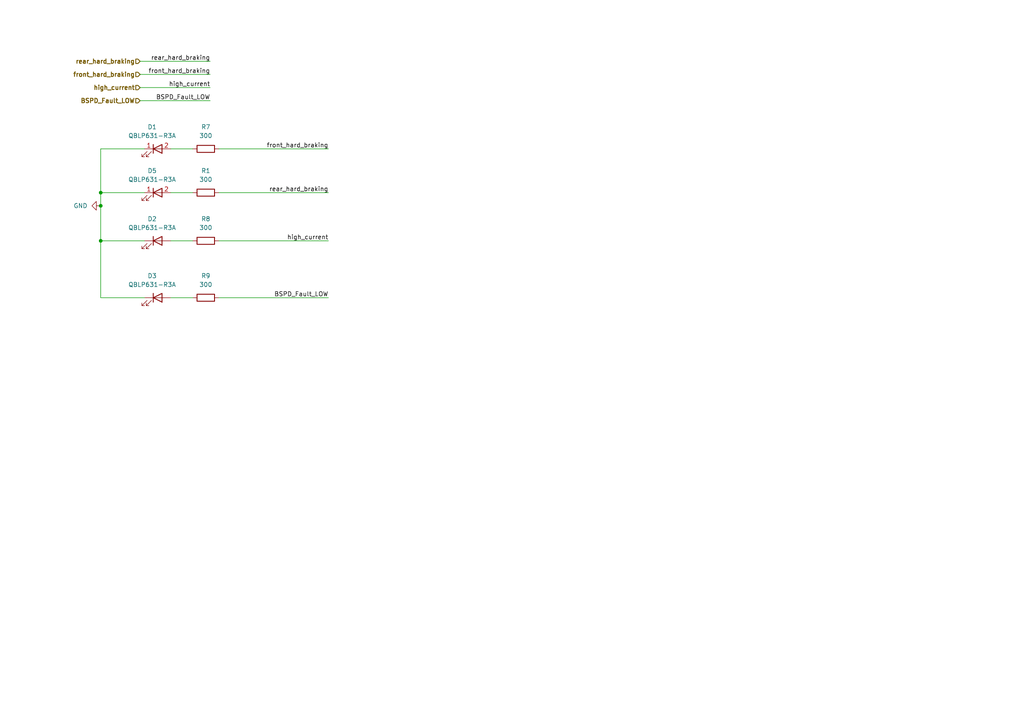
<source format=kicad_sch>
(kicad_sch (version 20231120) (generator "eeschema") (generator_version "8.0")
  (paper "A4")
  (lib_symbols
    (symbol "Device:LED" (pin_numbers hide) (pin_names (offset 1.016) hide)
      (property "Reference" "D" (at 0 2.54 0))
      (property "Value" "LED" (at 0 -2.54 0))
      (symbol "LED_0_1"
        (polyline (pts (xy -1.27 -1.27) (xy -1.27 1.27)) (stroke (width 0.254)))
        (polyline (pts (xy -1.27 0) (xy 1.27 0)))
        (polyline (pts (xy 1.27 -1.27) (xy 1.27 1.27) (xy -1.27 0) (xy 1.27 -1.27)) (stroke (width 0.254)))
        (polyline (pts (xy -3.048 -0.762) (xy -4.572 -2.286) (xy -3.81 -2.286) (xy -4.572 -2.286) (xy -4.572 -1.524)))
        (polyline (pts (xy -1.778 -0.762) (xy -3.302 -2.286) (xy -2.54 -2.286) (xy -3.302 -2.286) (xy -3.302 -1.524)))
      )
      (symbol "LED_1_1"
        (pin passive line (at -3.81 0 0) (length 2.54) (name "K") (number "1"))
        (pin passive line (at 3.81 0 180) (length 2.54) (name "A") (number "2"))
      )
    )
    (symbol "Device:R" (pin_numbers hide) (pin_names (offset 0))
      (property "Reference" "R" (at 2.032 0 90))
      (property "Value" "R" (at 0 0 90))
      (symbol "R_0_1"
        (rectangle (start -1.016 -2.54) (end 1.016 2.54) (stroke (width 0.254)))
      )
      (symbol "R_1_1"
        (pin passive line (at 0 3.81 270) (length 1.27) (name "~") (number "1"))
        (pin passive line (at 0 -3.81 90) (length 1.27) (name "~") (number "2"))
      )
    )
    (symbol "LED_1" (pin_names (offset 1.016) hide)
      (property "Reference" "D" (at 0 2.54 0))
      (property "Value" "LED" (at 0 -2.54 0))
      (symbol "LED_1_0_1"
        (polyline (pts (xy -1.27 -1.27) (xy -1.27 1.27)) (stroke (width 0.254)))
        (polyline (pts (xy -1.27 0) (xy 1.27 0)))
        (polyline (pts (xy 1.27 -1.27) (xy 1.27 1.27) (xy -1.27 0) (xy 1.27 -1.27)) (stroke (width 0.254)))
        (polyline (pts (xy -3.048 -0.762) (xy -4.572 -2.286) (xy -3.81 -2.286) (xy -4.572 -2.286) (xy -4.572 -1.524)))
        (polyline (pts (xy -1.778 -0.762) (xy -3.302 -2.286) (xy -2.54 -2.286) (xy -3.302 -2.286) (xy -3.302 -1.524)))
      )
      (symbol "LED_1_1_1"
        (pin passive line (at -3.81 0 0) (length 2.54) (name "K") (number "1"))
        (pin passive line (at 3.81 0 180) (length 2.54) (name "A") (number "2"))
      )
    )
    (symbol "power:GND" (power) (pin_numbers hide) (pin_names (offset 0) hide)
      (property "Value" "GND" (at 0 -3.81 0))
      (symbol "GND_0_1"
        (polyline (pts (xy 0 0) (xy 0 -1.27) (xy 1.27 -1.27) (xy 0 -2.54) (xy -1.27 -1.27) (xy 0 -1.27)))
      )
      (symbol "GND_1_1"
        (pin power_in line (at 0 0 270) (length 0) (name "~") (number "1"))
      )
    )
  )
  (junction (at 29.21 55.88))
  (junction (at 29.21 69.85))
  (junction (at 29.21 59.69))
  (wire (pts (xy 29.21 55.88) (xy 41.91 55.88)))
  (wire (pts (xy 49.53 86.36) (xy 55.88 86.36)))
  (wire (pts (xy 40.64 21.59) (xy 60.96 21.59)))
  (wire (pts (xy 63.5 69.85) (xy 95.25 69.85)))
  (wire (pts (xy 40.64 17.78) (xy 60.96 17.78)))
  (wire (pts (xy 41.91 43.18) (xy 29.21 43.18)))
  (wire (pts (xy 40.64 25.4) (xy 60.96 25.4)))
  (wire (pts (xy 95.25 86.36) (xy 63.5 86.36)))
  (wire (pts (xy 49.53 43.18) (xy 55.88 43.18)))
  (wire (pts (xy 29.21 59.69) (xy 29.21 69.85)))
  (wire (pts (xy 63.5 55.88) (xy 95.25 55.88)))
  (wire (pts (xy 41.91 86.36) (xy 29.21 86.36)))
  (wire (pts (xy 63.5 43.18) (xy 95.25 43.18)))
  (wire (pts (xy 29.21 55.88) (xy 29.21 59.69)))
  (wire (pts (xy 40.64 29.21) (xy 60.96 29.21)))
  (wire (pts (xy 29.21 69.85) (xy 41.91 69.85)))
  (wire (pts (xy 49.53 69.85) (xy 55.88 69.85)))
  (wire (pts (xy 29.21 43.18) (xy 29.21 55.88)))
  (wire (pts (xy 29.21 86.36) (xy 29.21 69.85)))
  (wire (pts (xy 49.53 55.88) (xy 55.88 55.88)))
  (label "rear_hard_braking" (at 60.96 17.78 180) (effects (font (thickness 0.1588))))
  (label "BSPD_Fault_LOW" (at 60.96 29.21 180))
  (label "high_current" (at 60.96 25.4 180) (effects (font (thickness 0.1588))))
  (label "front_hard_braking" (at 95.25 43.18 180) (effects (font (thickness 0.1588))))
  (label "front_hard_braking" (at 60.96 21.59 180) (effects (font (thickness 0.1588))))
  (label "high_current" (at 95.25 69.85 180) (effects (font (thickness 0.1588))))
  (label "rear_hard_braking" (at 95.25 55.88 180) (effects (font (thickness 0.1588))))
  (label "BSPD_Fault_LOW" (at 95.25 86.36 180))
  (hierarchical_label "front_hard_braking" (shape input) (at 40.64 21.59 180) (effects (font (thickness 0.254) (bold yes))))
  (hierarchical_label "BSPD_Fault_LOW" (shape input) (at 40.64 29.21 180) (effects (font (thickness 0.254) (bold yes))))
  (hierarchical_label "rear_hard_braking" (shape input) (at 40.64 17.78 180) (effects (font (thickness 0.254) (bold yes))))
  (hierarchical_label "high_current" (shape input) (at 40.64 25.4 180) (effects (font (thickness 0.254) (bold yes))))
  (symbol (lib_id "Device:R") (at 59.69 55.88 90) (unit 1)
    (property "Reference" "R1" (at 59.69 49.53 90))
    (property "Value" "300" (at 59.69 52.07 90))
    (property "Footprint" "Resistor_SMD:R_0805_2012Metric_Pad1.20x1.40mm_HandSolder" (effects (hide yes)))
    (property "Datasheet" "https://www.yageo.com/upload/media/product/products/datasheet/rchip/PYu-RC_Group_51_RoHS_L_12.pdf" (effects (hide yes)))
    (property "Description" "Resistor" (effects (hide yes)))
    (property "Digikey Link" "https://www.digikey.com/en/products/detail/yageo/RC0805FR-07300RL/727848" (effects (hide yes)))
    (property "Part Name" "Resistor" (effects (hide yes)))
  )
  (symbol (lib_id "Device:R") (at 59.69 86.36 90) (unit 1)
    (property "Reference" "R9" (at 59.69 80.01 90))
    (property "Value" "300" (at 59.69 82.55 90))
    (property "Footprint" "Resistor_SMD:R_0805_2012Metric_Pad1.20x1.40mm_HandSolder" (effects (hide yes)))
    (property "Datasheet" "https://www.yageo.com/upload/media/product/products/datasheet/rchip/PYu-RC_Group_51_RoHS_L_12.pdf" (effects (hide yes)))
    (property "Description" "Resistor" (effects (hide yes)))
    (property "Digikey Link" "https://www.digikey.com/en/products/detail/yageo/RC0805FR-07300RL/727848" (effects (hide yes)))
    (property "Part Name" "Resistor" (effects (hide yes)))
  )
  (symbol (lib_id "Device:LED") (at 45.72 69.85 0) (unit 1)
    (property "Reference" "D2" (at 44.1325 63.5 0))
    (property "Value" "QBLP631-R3A" (at 44.1325 66.04 0))
    (property "Footprint" "LED_SMD:LED_0805_2012Metric_Pad1.15x1.40mm_HandSolder" (effects (hide yes)))
    (property "Datasheet" "https://www.qt-brightek.com/datasheet/QBLP631-R3A.pdf" (effects (hide yes)))
    (property "Description" "Light emitting diode" (effects (hide yes)))
    (property "Digikey Link" "https://www.digikey.com/en/products/detail/qt-brightek-qtb/QBLP631-R3A/23026406" (effects (hide yes)))
    (property "Part Name" "Leds" (effects (hide yes)))
  )
  (symbol (lib_name "LED_1") (lib_id "Device:LED") (at 45.72 43.18 0) (unit 1)
    (property "Reference" "D1" (at 44.1325 36.83 0))
    (property "Value" "QBLP631-R3A" (at 44.1325 39.37 0))
    (property "Footprint" "LED_SMD:LED_0805_2012Metric_Pad1.15x1.40mm_HandSolder" (effects (hide yes)))
    (property "Datasheet" "https://www.qt-brightek.com/datasheet/QBLP631-R3A.pdf" (effects (hide yes)))
    (property "Description" "Light emitting diode" (effects (hide yes)))
    (property "Digikey Link" "https://www.digikey.com/en/products/detail/qt-brightek-qtb/QBLP631-R3A/23026406" (effects (hide yes)))
    (property "Part Name" "Leds" (effects (hide yes)))
  )
  (symbol (lib_id "Device:R") (at 59.69 43.18 90) (unit 1)
    (property "Reference" "R7" (at 59.69 36.83 90))
    (property "Value" "300" (at 59.69 39.37 90))
    (property "Footprint" "Resistor_SMD:R_0805_2012Metric_Pad1.20x1.40mm_HandSolder" (effects (hide yes)))
    (property "Datasheet" "https://www.yageo.com/upload/media/product/products/datasheet/rchip/PYu-RC_Group_51_RoHS_L_12.pdf" (effects (hide yes)))
    (property "Description" "Resistor" (effects (hide yes)))
    (property "Digikey Link" "https://www.digikey.com/en/products/detail/yageo/RC0805FR-07300RL/727848" (effects (hide yes)))
    (property "Part Name" "Resistor" (effects (hide yes)))
  )
  (symbol (lib_id "Device:LED") (at 45.72 86.36 0) (unit 1)
    (property "Reference" "D3" (at 44.1325 80.01 0))
    (property "Value" "QBLP631-R3A" (at 44.1325 82.55 0))
    (property "Footprint" "LED_SMD:LED_0805_2012Metric_Pad1.15x1.40mm_HandSolder" (effects (hide yes)))
    (property "Datasheet" "https://www.qt-brightek.com/datasheet/QBLP631-R3A.pdf" (effects (hide yes)))
    (property "Description" "Light emitting diode" (effects (hide yes)))
    (property "Digikey Link" "https://www.digikey.com/en/products/detail/qt-brightek-qtb/QBLP631-R3A/23026406" (effects (hide yes)))
    (property "Part Name" "Leds" (effects (hide yes)))
  )
  (symbol (lib_id "power:GND") (at 29.21 59.69 270) (unit 1)
    (property "Reference" "#PWR04" (effects (hide yes)))
    (property "Value" "GND" (at 25.4 59.6899 90) (effects (justify right)))
    (property "Description" "Power symbol creates a global label with name \"GND\" , ground" (effects (hide yes)))
  )
  (symbol (lib_id "Device:R") (at 59.69 69.85 90) (unit 1)
    (property "Reference" "R8" (at 59.69 63.5 90))
    (property "Value" "300" (at 59.69 66.04 90))
    (property "Footprint" "Resistor_SMD:R_0805_2012Metric_Pad1.20x1.40mm_HandSolder" (effects (hide yes)))
    (property "Datasheet" "https://www.yageo.com/upload/media/product/products/datasheet/rchip/PYu-RC_Group_51_RoHS_L_12.pdf" (effects (hide yes)))
    (property "Description" "Resistor" (effects (hide yes)))
    (property "Digikey Link" "https://www.digikey.com/en/products/detail/yageo/RC0805FR-07300RL/727848" (effects (hide yes)))
    (property "Part Name" "Resistor" (effects (hide yes)))
  )
  (symbol (lib_name "LED_1") (lib_id "Device:LED") (at 45.72 55.88 0) (unit 1)
    (property "Reference" "D5" (at 44.1325 49.53 0))
    (property "Value" "QBLP631-R3A" (at 44.1325 52.07 0))
    (property "Footprint" "FS_3_Global_Footprint_Library:LED_0805_2012Metric_Pad1.15x1.40mm_HandSolder_CathodeDot" (effects (hide yes)))
    (property "Datasheet" "https://www.qt-brightek.com/datasheet/QBLP631-R3A.pdf" (effects (hide yes)))
    (property "Description" "Light emitting diode" (effects (hide yes)))
    (property "Digikey Link" "https://www.digikey.com/en/products/detail/qt-brightek-qtb/QBLP631-R3A/23026406" (effects (hide yes)))
    (property "Part Name" "Leds" (effects (hide yes)))
  )
)
</source>
